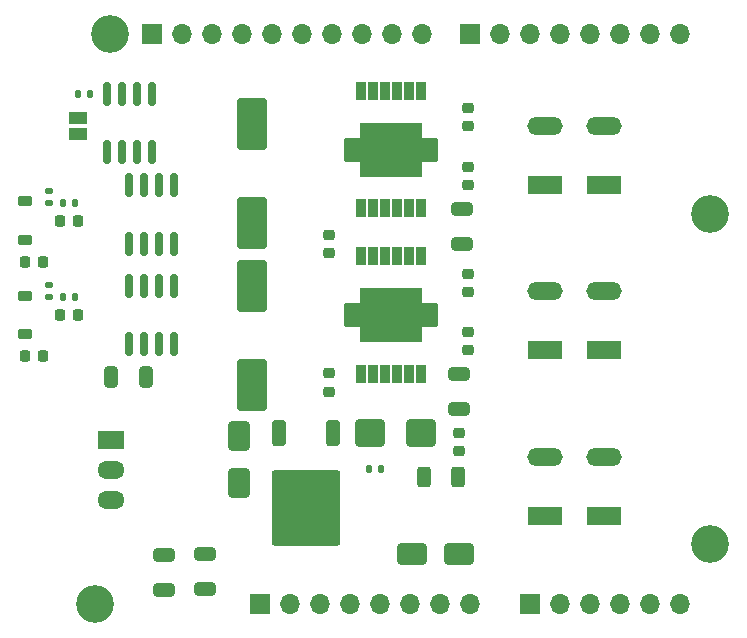
<source format=gbr>
%TF.GenerationSoftware,KiCad,Pcbnew,8.0.8+1*%
%TF.CreationDate,2025-03-25T15:29:39+00:00*%
%TF.ProjectId,dc_shield,64635f73-6869-4656-9c64-2e6b69636164,rev?*%
%TF.SameCoordinates,Original*%
%TF.FileFunction,Soldermask,Top*%
%TF.FilePolarity,Negative*%
%FSLAX46Y46*%
G04 Gerber Fmt 4.6, Leading zero omitted, Abs format (unit mm)*
G04 Created by KiCad (PCBNEW 8.0.8+1) date 2025-03-25 15:29:39*
%MOMM*%
%LPD*%
G01*
G04 APERTURE LIST*
G04 Aperture macros list*
%AMRoundRect*
0 Rectangle with rounded corners*
0 $1 Rounding radius*
0 $2 $3 $4 $5 $6 $7 $8 $9 X,Y pos of 4 corners*
0 Add a 4 corners polygon primitive as box body*
4,1,4,$2,$3,$4,$5,$6,$7,$8,$9,$2,$3,0*
0 Add four circle primitives for the rounded corners*
1,1,$1+$1,$2,$3*
1,1,$1+$1,$4,$5*
1,1,$1+$1,$6,$7*
1,1,$1+$1,$8,$9*
0 Add four rect primitives between the rounded corners*
20,1,$1+$1,$2,$3,$4,$5,0*
20,1,$1+$1,$4,$5,$6,$7,0*
20,1,$1+$1,$6,$7,$8,$9,0*
20,1,$1+$1,$8,$9,$2,$3,0*%
G04 Aperture macros list end*
%ADD10R,1.700000X1.700000*%
%ADD11O,1.700000X1.700000*%
%ADD12RoundRect,0.150000X0.150000X-0.825000X0.150000X0.825000X-0.150000X0.825000X-0.150000X-0.825000X0*%
%ADD13RoundRect,0.225000X0.375000X-0.225000X0.375000X0.225000X-0.375000X0.225000X-0.375000X-0.225000X0*%
%ADD14RoundRect,0.250000X1.000000X-1.950000X1.000000X1.950000X-1.000000X1.950000X-1.000000X-1.950000X0*%
%ADD15RoundRect,0.135000X0.135000X0.185000X-0.135000X0.185000X-0.135000X-0.185000X0.135000X-0.185000X0*%
%ADD16RoundRect,0.135000X0.185000X-0.135000X0.185000X0.135000X-0.185000X0.135000X-0.185000X-0.135000X0*%
%ADD17R,1.500000X1.000000*%
%ADD18RoundRect,0.250000X-0.650000X0.325000X-0.650000X-0.325000X0.650000X-0.325000X0.650000X0.325000X0*%
%ADD19RoundRect,0.250000X-0.350000X0.850000X-0.350000X-0.850000X0.350000X-0.850000X0.350000X0.850000X0*%
%ADD20RoundRect,0.249997X-2.650003X2.950003X-2.650003X-2.950003X2.650003X-2.950003X2.650003X2.950003X0*%
%ADD21RoundRect,0.250000X0.650000X-1.000000X0.650000X1.000000X-0.650000X1.000000X-0.650000X-1.000000X0*%
%ADD22RoundRect,0.135000X-0.135000X-0.185000X0.135000X-0.185000X0.135000X0.185000X-0.135000X0.185000X0*%
%ADD23RoundRect,0.225000X0.250000X-0.225000X0.250000X0.225000X-0.250000X0.225000X-0.250000X-0.225000X0*%
%ADD24RoundRect,0.250000X0.650000X-0.325000X0.650000X0.325000X-0.650000X0.325000X-0.650000X-0.325000X0*%
%ADD25RoundRect,0.250000X0.312500X0.625000X-0.312500X0.625000X-0.312500X-0.625000X0.312500X-0.625000X0*%
%ADD26RoundRect,0.225000X-0.225000X-0.250000X0.225000X-0.250000X0.225000X0.250000X-0.225000X0.250000X0*%
%ADD27RoundRect,0.250000X-0.325000X-0.650000X0.325000X-0.650000X0.325000X0.650000X-0.325000X0.650000X0*%
%ADD28RoundRect,0.250000X1.000000X0.900000X-1.000000X0.900000X-1.000000X-0.900000X1.000000X-0.900000X0*%
%ADD29RoundRect,0.225000X-0.250000X0.225000X-0.250000X-0.225000X0.250000X-0.225000X0.250000X0.225000X0*%
%ADD30RoundRect,0.225000X0.225000X0.250000X-0.225000X0.250000X-0.225000X-0.250000X0.225000X-0.250000X0*%
%ADD31R,3.000000X1.500000*%
%ADD32O,3.000000X1.500000*%
%ADD33RoundRect,0.102000X0.325000X-0.675000X0.325000X0.675000X-0.325000X0.675000X-0.325000X-0.675000X0*%
%ADD34RoundRect,0.102000X-0.325000X0.675000X-0.325000X-0.675000X0.325000X-0.675000X0.325000X0.675000X0*%
%ADD35RoundRect,0.102000X-2.550000X2.200000X-2.550000X-2.200000X2.550000X-2.200000X2.550000X2.200000X0*%
%ADD36RoundRect,0.102000X0.675000X0.900000X-0.675000X0.900000X-0.675000X-0.900000X0.675000X-0.900000X0*%
%ADD37C,3.200000*%
%ADD38RoundRect,0.250000X1.000000X0.650000X-1.000000X0.650000X-1.000000X-0.650000X1.000000X-0.650000X0*%
%ADD39R,2.300000X1.500000*%
%ADD40O,2.300000X1.500000*%
G04 APERTURE END LIST*
D10*
%TO.C,J102*%
X127940000Y-97460000D03*
D11*
X130480000Y-97460000D03*
X133020000Y-97460000D03*
X135560000Y-97460000D03*
X138100000Y-97460000D03*
X140640000Y-97460000D03*
X143180000Y-97460000D03*
X145720000Y-97460000D03*
%TD*%
D10*
%TO.C,J103*%
X150800000Y-97460000D03*
D11*
X153340000Y-97460000D03*
X155880000Y-97460000D03*
X158420000Y-97460000D03*
X160960000Y-97460000D03*
X163500000Y-97460000D03*
%TD*%
D10*
%TO.C,J104*%
X118796000Y-49200000D03*
D11*
X121336000Y-49200000D03*
X123876000Y-49200000D03*
X126416000Y-49200000D03*
X128956000Y-49200000D03*
X131496000Y-49200000D03*
X134036000Y-49200000D03*
X136576000Y-49200000D03*
X139116000Y-49200000D03*
X141656000Y-49200000D03*
%TD*%
D10*
%TO.C,J105*%
X145720000Y-49200000D03*
D11*
X148260000Y-49200000D03*
X150800000Y-49200000D03*
X153340000Y-49200000D03*
X155880000Y-49200000D03*
X158420000Y-49200000D03*
X160960000Y-49200000D03*
X163500000Y-49200000D03*
%TD*%
D12*
%TO.C,U102*%
X114940000Y-59200000D03*
X116210000Y-59200000D03*
X117480000Y-59200000D03*
X118750000Y-59200000D03*
X118750000Y-54250000D03*
X117480000Y-54250000D03*
X116210000Y-54250000D03*
X114940000Y-54250000D03*
%TD*%
D13*
%TO.C,D105*%
X108000000Y-66650000D03*
X108000000Y-63350000D03*
%TD*%
D14*
%TO.C,C107*%
X127250000Y-65200000D03*
X127250000Y-56800000D03*
%TD*%
D15*
%TO.C,R106*%
X112260000Y-71500000D03*
X111240000Y-71500000D03*
%TD*%
D16*
%TO.C,R105*%
X110000000Y-63510000D03*
X110000000Y-62490000D03*
%TD*%
D17*
%TO.C,JP101*%
X112500000Y-57650000D03*
X112500000Y-56350000D03*
%TD*%
D18*
%TO.C,C113*%
X123250000Y-93275000D03*
X123250000Y-96225000D03*
%TD*%
D19*
%TO.C,Q101*%
X134100000Y-83000000D03*
D20*
X131820000Y-89300000D03*
D19*
X129540000Y-83000000D03*
%TD*%
D21*
%TO.C,D101*%
X126100000Y-87250000D03*
X126100000Y-83250000D03*
%TD*%
D22*
%TO.C,R101*%
X137100000Y-86000000D03*
X138120000Y-86000000D03*
%TD*%
D23*
%TO.C,C106*%
X145500000Y-62025000D03*
X145500000Y-60475000D03*
%TD*%
D15*
%TO.C,R107*%
X112260000Y-63500000D03*
X111240000Y-63500000D03*
%TD*%
D24*
%TO.C,C108*%
X145000000Y-66950000D03*
X145000000Y-64000000D03*
%TD*%
D25*
%TO.C,R102*%
X144712500Y-86750000D03*
X141787500Y-86750000D03*
%TD*%
D12*
%TO.C,U105*%
X116845000Y-75475000D03*
X118115000Y-75475000D03*
X119385000Y-75475000D03*
X120655000Y-75475000D03*
X120655000Y-70525000D03*
X119385000Y-70525000D03*
X118115000Y-70525000D03*
X116845000Y-70525000D03*
%TD*%
D26*
%TO.C,C118*%
X107975000Y-76500000D03*
X109525000Y-76500000D03*
%TD*%
D27*
%TO.C,C102*%
X115275000Y-78250000D03*
X118225000Y-78250000D03*
%TD*%
D28*
%TO.C,D102*%
X141500000Y-83000000D03*
X137200000Y-83000000D03*
%TD*%
D29*
%TO.C,C109*%
X133750000Y-66225000D03*
X133750000Y-67775000D03*
%TD*%
D30*
%TO.C,C115*%
X112525000Y-73000000D03*
X110975000Y-73000000D03*
%TD*%
D26*
%TO.C,C117*%
X107975000Y-68500000D03*
X109525000Y-68500000D03*
%TD*%
D31*
%TO.C,J107*%
X152000000Y-62000000D03*
X157000000Y-62000000D03*
D32*
X152000000Y-57000000D03*
X157000000Y-57000000D03*
%TD*%
D12*
%TO.C,U106*%
X116845000Y-66975000D03*
X118115000Y-66975000D03*
X119385000Y-66975000D03*
X120655000Y-66975000D03*
X120655000Y-62025000D03*
X119385000Y-62025000D03*
X118115000Y-62025000D03*
X116845000Y-62025000D03*
%TD*%
D23*
%TO.C,C112*%
X133750000Y-79500000D03*
X133750000Y-77950000D03*
%TD*%
D33*
%TO.C,U103*%
X136500000Y-77975000D03*
X137500000Y-77975000D03*
X138500000Y-77975000D03*
X139500000Y-77975000D03*
X140500000Y-77975000D03*
X141500000Y-77975000D03*
D34*
X141500000Y-68025000D03*
X140500000Y-68025000D03*
X139500000Y-68025000D03*
X138500000Y-68025000D03*
X137500000Y-68025000D03*
X136500000Y-68025000D03*
D35*
X139000000Y-73000000D03*
D36*
X135775000Y-73000000D03*
X142225000Y-73000000D03*
%TD*%
D37*
%TO.C,MH1*%
X115240000Y-49200000D03*
%TD*%
D23*
%TO.C,C103*%
X145500000Y-71050000D03*
X145500000Y-69500000D03*
%TD*%
D15*
%TO.C,R103*%
X113520000Y-54250000D03*
X112500000Y-54250000D03*
%TD*%
D30*
%TO.C,C116*%
X112525000Y-65000000D03*
X110975000Y-65000000D03*
%TD*%
D13*
%TO.C,D104*%
X108000000Y-74650000D03*
X108000000Y-71350000D03*
%TD*%
D29*
%TO.C,C101*%
X144750000Y-82975000D03*
X144750000Y-84525000D03*
%TD*%
D14*
%TO.C,C110*%
X127250000Y-78950000D03*
X127250000Y-70550000D03*
%TD*%
D38*
%TO.C,D103*%
X144750000Y-93250000D03*
X140750000Y-93250000D03*
%TD*%
D33*
%TO.C,U104*%
X136500000Y-63975000D03*
X137500000Y-63975000D03*
X138500000Y-63975000D03*
X139500000Y-63975000D03*
X140500000Y-63975000D03*
X141500000Y-63975000D03*
D34*
X141500000Y-54025000D03*
X140500000Y-54025000D03*
X139500000Y-54025000D03*
X138500000Y-54025000D03*
X137500000Y-54025000D03*
X136500000Y-54025000D03*
D35*
X139000000Y-59000000D03*
D36*
X135775000Y-59000000D03*
X142225000Y-59000000D03*
%TD*%
D31*
%TO.C,J101*%
X152000000Y-90000000D03*
X157000000Y-90000000D03*
D32*
X152000000Y-85000000D03*
X157000000Y-85000000D03*
%TD*%
D16*
%TO.C,R104*%
X110000000Y-71510000D03*
X110000000Y-70490000D03*
%TD*%
D31*
%TO.C,J106*%
X152000000Y-76000000D03*
X157000000Y-76000000D03*
D32*
X152000000Y-71000000D03*
X157000000Y-71000000D03*
%TD*%
D18*
%TO.C,C114*%
X119750000Y-93300000D03*
X119750000Y-96250000D03*
%TD*%
D39*
%TO.C,U101*%
X115292500Y-83553000D03*
D40*
X115292500Y-86093000D03*
X115292500Y-88633000D03*
%TD*%
D37*
%TO.C,MH2*%
X113970000Y-97460000D03*
%TD*%
%TO.C,MH3*%
X166040000Y-64440000D03*
%TD*%
%TO.C,MH4*%
X166040000Y-92380000D03*
%TD*%
D24*
%TO.C,C111*%
X144750000Y-80975000D03*
X144750000Y-78025000D03*
%TD*%
D23*
%TO.C,C105*%
X145500000Y-76000000D03*
X145500000Y-74450000D03*
%TD*%
%TO.C,C104*%
X145500000Y-57025000D03*
X145500000Y-55475000D03*
%TD*%
M02*

</source>
